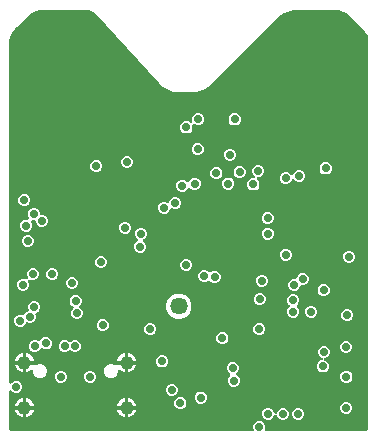
<source format=gbr>
G04 EAGLE Gerber RS-274X export*
G75*
%MOMM*%
%FSLAX34Y34*%
%LPD*%
%INPCBWay Copper Layer 1*%
%IPPOS*%
%AMOC8*
5,1,8,0,0,1.08239X$1,22.5*%
G01*
%ADD10C,1.158000*%
%ADD11C,1.458000*%
%ADD12C,0.711200*%

G36*
X7228Y3813D02*
X7228Y3813D01*
X7279Y3813D01*
X8828Y3899D01*
X8915Y3876D01*
X9005Y3843D01*
X9068Y3837D01*
X9130Y3821D01*
X9291Y3811D01*
X210728Y3811D01*
X210778Y3817D01*
X210827Y3815D01*
X210935Y3837D01*
X211044Y3851D01*
X211090Y3869D01*
X211139Y3879D01*
X211237Y3927D01*
X211339Y3968D01*
X211380Y3997D01*
X211424Y4019D01*
X211508Y4090D01*
X211597Y4154D01*
X211628Y4193D01*
X211666Y4225D01*
X211729Y4315D01*
X211800Y4399D01*
X211821Y4444D01*
X211849Y4485D01*
X211888Y4588D01*
X211935Y4687D01*
X211944Y4736D01*
X211962Y4782D01*
X211974Y4892D01*
X211995Y4999D01*
X211992Y5049D01*
X211997Y5098D01*
X211982Y5207D01*
X211975Y5317D01*
X211960Y5364D01*
X211953Y5413D01*
X211901Y5566D01*
X211548Y6417D01*
X211548Y8438D01*
X212322Y10305D01*
X213751Y11735D01*
X215618Y12508D01*
X217640Y12508D01*
X219507Y11735D01*
X220936Y10305D01*
X221710Y8438D01*
X221710Y6417D01*
X221357Y5566D01*
X221344Y5518D01*
X221323Y5473D01*
X221302Y5365D01*
X221273Y5259D01*
X221273Y5209D01*
X221263Y5160D01*
X221270Y5051D01*
X221268Y4941D01*
X221280Y4893D01*
X221283Y4843D01*
X221317Y4739D01*
X221342Y4632D01*
X221366Y4588D01*
X221381Y4541D01*
X221440Y4448D01*
X221491Y4351D01*
X221525Y4314D01*
X221551Y4272D01*
X221631Y4197D01*
X221705Y4115D01*
X221747Y4088D01*
X221783Y4054D01*
X221879Y4001D01*
X221971Y3941D01*
X222018Y3924D01*
X222061Y3900D01*
X222167Y3873D01*
X222272Y3837D01*
X222321Y3833D01*
X222369Y3821D01*
X222530Y3811D01*
X256199Y3811D01*
X256200Y3811D01*
X306386Y3835D01*
X306441Y3842D01*
X306497Y3840D01*
X306656Y3864D01*
X306860Y3908D01*
X307005Y3960D01*
X307151Y4010D01*
X307157Y4014D01*
X307160Y4015D01*
X307166Y4019D01*
X307291Y4091D01*
X307798Y4428D01*
X307854Y4476D01*
X307917Y4517D01*
X307974Y4580D01*
X308039Y4636D01*
X308082Y4696D01*
X308132Y4751D01*
X308216Y4888D01*
X308503Y5426D01*
X308558Y5569D01*
X308614Y5714D01*
X308616Y5720D01*
X308617Y5723D01*
X308618Y5731D01*
X308644Y5872D01*
X308680Y6177D01*
X308680Y6185D01*
X308685Y6260D01*
X308687Y6269D01*
X308686Y6278D01*
X308689Y6328D01*
X308689Y6336D01*
X308689Y6338D01*
X308689Y6341D01*
X308681Y8309D01*
X308686Y8386D01*
X308689Y8406D01*
X308688Y8417D01*
X308689Y8441D01*
X308689Y335716D01*
X308686Y335743D01*
X308688Y335769D01*
X308671Y335929D01*
X308310Y338050D01*
X308279Y338152D01*
X308257Y338256D01*
X308224Y338334D01*
X308218Y338355D01*
X308210Y338368D01*
X308194Y338404D01*
X306214Y342370D01*
X306155Y342458D01*
X306103Y342551D01*
X306049Y342616D01*
X306037Y342634D01*
X306025Y342645D01*
X306000Y342675D01*
X304784Y343961D01*
X304775Y343968D01*
X304759Y343986D01*
X304310Y344435D01*
X304293Y344448D01*
X304244Y344496D01*
X303120Y345472D01*
X303110Y345509D01*
X303056Y345599D01*
X303011Y345694D01*
X302976Y345736D01*
X302948Y345783D01*
X302842Y345903D01*
X293812Y354933D01*
X292324Y356421D01*
X292309Y356433D01*
X292232Y356504D01*
X290300Y358090D01*
X290210Y358146D01*
X290125Y358210D01*
X290050Y358248D01*
X290031Y358259D01*
X290016Y358264D01*
X289981Y358281D01*
X285385Y360185D01*
X285282Y360213D01*
X285183Y360250D01*
X285099Y360263D01*
X285078Y360269D01*
X285062Y360269D01*
X285024Y360275D01*
X282536Y360520D01*
X282517Y360520D01*
X282412Y360527D01*
X245234Y360527D01*
X245218Y360525D01*
X245202Y360526D01*
X245042Y360512D01*
X242646Y360144D01*
X242604Y360132D01*
X242560Y360128D01*
X242405Y360083D01*
X237623Y358345D01*
X237546Y358306D01*
X237466Y358276D01*
X237349Y358205D01*
X237340Y358200D01*
X237337Y358197D01*
X237329Y358192D01*
X233159Y355276D01*
X233126Y355246D01*
X233089Y355223D01*
X232970Y355114D01*
X232397Y354516D01*
X232346Y354447D01*
X232287Y354384D01*
X232252Y354320D01*
X232208Y354261D01*
X232200Y354242D01*
X231084Y353124D01*
X231070Y353107D01*
X231010Y353043D01*
X230099Y351960D01*
X230097Y351959D01*
X230057Y351939D01*
X230015Y351927D01*
X229916Y351868D01*
X229813Y351817D01*
X229779Y351788D01*
X229741Y351765D01*
X229620Y351659D01*
X176610Y298591D01*
X176604Y298582D01*
X176586Y298566D01*
X174459Y296314D01*
X169065Y292993D01*
X162996Y291181D01*
X161849Y291148D01*
X161769Y291136D01*
X161688Y291133D01*
X161613Y291111D01*
X161535Y291099D01*
X161512Y291089D01*
X159794Y291089D01*
X159783Y291088D01*
X159758Y291089D01*
X158042Y291040D01*
X158022Y291048D01*
X157941Y291059D01*
X157862Y291079D01*
X157710Y291089D01*
X157706Y291089D01*
X157705Y291089D01*
X157702Y291089D01*
X148613Y291089D01*
X148575Y291084D01*
X148537Y291087D01*
X148418Y291065D01*
X148297Y291049D01*
X148262Y291035D01*
X148225Y291028D01*
X148114Y290977D01*
X148045Y290950D01*
X146668Y291083D01*
X146647Y291083D01*
X146545Y291089D01*
X145163Y291089D01*
X145133Y291112D01*
X145098Y291127D01*
X145067Y291148D01*
X144953Y291190D01*
X144841Y291238D01*
X144804Y291244D01*
X144768Y291257D01*
X144609Y291283D01*
X143617Y291379D01*
X138336Y293357D01*
X133748Y296635D01*
X132048Y298700D01*
X132034Y298713D01*
X132000Y298754D01*
X77385Y357865D01*
X77353Y357892D01*
X77327Y357924D01*
X77203Y358028D01*
X75922Y358966D01*
X75829Y359018D01*
X75741Y359077D01*
X75663Y359110D01*
X75644Y359121D01*
X75628Y359125D01*
X75592Y359140D01*
X72388Y360266D01*
X72285Y360288D01*
X72183Y360319D01*
X72099Y360328D01*
X72077Y360333D01*
X72062Y360332D01*
X72023Y360336D01*
X70493Y360402D01*
X70478Y360401D01*
X70438Y360404D01*
X70124Y360404D01*
X70105Y360401D01*
X70054Y360402D01*
X68500Y360316D01*
X68418Y360338D01*
X68329Y360370D01*
X68265Y360377D01*
X68202Y360393D01*
X68042Y360403D01*
X34244Y360400D01*
X34242Y360400D01*
X32139Y360400D01*
X32119Y360397D01*
X32056Y360397D01*
X30109Y360269D01*
X30066Y360261D01*
X30021Y360261D01*
X29864Y360229D01*
X26101Y359221D01*
X26022Y359188D01*
X25940Y359165D01*
X25817Y359105D01*
X25807Y359101D01*
X25804Y359098D01*
X25795Y359094D01*
X22422Y357147D01*
X22387Y357120D01*
X22347Y357100D01*
X22220Y357002D01*
X20753Y355715D01*
X20739Y355699D01*
X20692Y355658D01*
X11104Y346070D01*
X11050Y346000D01*
X10988Y345937D01*
X10953Y345876D01*
X9636Y344602D01*
X9632Y344597D01*
X9622Y344588D01*
X9582Y344548D01*
X9571Y344534D01*
X9539Y344503D01*
X8225Y343054D01*
X8199Y343018D01*
X8168Y342987D01*
X8076Y342854D01*
X6054Y339482D01*
X6019Y339404D01*
X5976Y339330D01*
X5930Y339201D01*
X5925Y339191D01*
X5925Y339187D01*
X5922Y339178D01*
X4840Y335398D01*
X4834Y335354D01*
X4819Y335312D01*
X4796Y335153D01*
X4635Y333198D01*
X4636Y333176D01*
X4630Y333094D01*
X4630Y45400D01*
X4648Y45262D01*
X4661Y45124D01*
X4668Y45105D01*
X4670Y45085D01*
X4722Y44955D01*
X4769Y44825D01*
X4780Y44808D01*
X4787Y44789D01*
X4869Y44677D01*
X4947Y44561D01*
X4962Y44548D01*
X4974Y44532D01*
X5081Y44443D01*
X5186Y44351D01*
X5204Y44342D01*
X5219Y44329D01*
X5345Y44270D01*
X5469Y44206D01*
X5489Y44202D01*
X5507Y44193D01*
X5643Y44167D01*
X5779Y44137D01*
X5799Y44137D01*
X5819Y44134D01*
X5958Y44142D01*
X6097Y44146D01*
X6117Y44152D01*
X6137Y44153D01*
X6269Y44196D01*
X6402Y44235D01*
X6420Y44245D01*
X6439Y44251D01*
X6557Y44326D01*
X6676Y44396D01*
X6697Y44415D01*
X6708Y44421D01*
X6722Y44436D01*
X6797Y44503D01*
X8033Y45739D01*
X9900Y46512D01*
X11922Y46512D01*
X13789Y45739D01*
X15218Y44309D01*
X15992Y42442D01*
X15992Y40421D01*
X15218Y38553D01*
X13789Y37124D01*
X11922Y36351D01*
X9900Y36351D01*
X8033Y37124D01*
X6797Y38360D01*
X6688Y38445D01*
X6580Y38534D01*
X6562Y38542D01*
X6546Y38555D01*
X6418Y38610D01*
X6293Y38669D01*
X6273Y38673D01*
X6254Y38681D01*
X6116Y38703D01*
X5980Y38729D01*
X5960Y38728D01*
X5940Y38731D01*
X5801Y38718D01*
X5663Y38709D01*
X5644Y38703D01*
X5623Y38701D01*
X5492Y38654D01*
X5360Y38611D01*
X5343Y38600D01*
X5324Y38594D01*
X5209Y38516D01*
X5092Y38441D01*
X5078Y38426D01*
X5061Y38415D01*
X4969Y38311D01*
X4874Y38210D01*
X4864Y38192D01*
X4850Y38177D01*
X4787Y38052D01*
X4720Y37931D01*
X4715Y37911D01*
X4706Y37893D01*
X4675Y37758D01*
X4641Y37623D01*
X4639Y37595D01*
X4636Y37583D01*
X4637Y37563D01*
X4630Y37462D01*
X4630Y6083D01*
X4635Y6045D01*
X4633Y6007D01*
X4652Y5847D01*
X4699Y5603D01*
X4702Y5594D01*
X4702Y5585D01*
X4750Y5444D01*
X4796Y5300D01*
X4801Y5292D01*
X4804Y5283D01*
X4884Y5143D01*
X5200Y4660D01*
X5259Y4590D01*
X5312Y4513D01*
X5362Y4469D01*
X5406Y4418D01*
X5481Y4365D01*
X5551Y4303D01*
X5652Y4244D01*
X5666Y4234D01*
X5673Y4231D01*
X5689Y4222D01*
X6205Y3961D01*
X6214Y3958D01*
X6221Y3953D01*
X6363Y3905D01*
X6504Y3855D01*
X6514Y3854D01*
X6522Y3851D01*
X6682Y3828D01*
X6868Y3814D01*
X6890Y3815D01*
X6964Y3811D01*
X7209Y3811D01*
X7228Y3813D01*
G37*
%LPC*%
G36*
X146393Y99407D02*
X146393Y99407D01*
X142500Y101020D01*
X139520Y104000D01*
X137907Y107893D01*
X137907Y112107D01*
X139520Y116000D01*
X142500Y118980D01*
X146393Y120593D01*
X150607Y120593D01*
X154500Y118980D01*
X157480Y116000D01*
X159093Y112107D01*
X159093Y107893D01*
X157480Y104000D01*
X154500Y101020D01*
X150607Y99407D01*
X146393Y99407D01*
G37*
%LPD*%
%LPC*%
G36*
X18302Y173043D02*
X18302Y173043D01*
X16435Y173817D01*
X15005Y175246D01*
X14232Y177113D01*
X14232Y179135D01*
X15005Y181002D01*
X16435Y182431D01*
X18302Y183205D01*
X20275Y183205D01*
X20325Y183211D01*
X20374Y183209D01*
X20482Y183231D01*
X20591Y183245D01*
X20637Y183263D01*
X20686Y183273D01*
X20785Y183321D01*
X20887Y183362D01*
X20927Y183391D01*
X20971Y183413D01*
X21055Y183484D01*
X21144Y183549D01*
X21176Y183587D01*
X21213Y183619D01*
X21277Y183709D01*
X21347Y183794D01*
X21368Y183838D01*
X21396Y183879D01*
X21436Y183982D01*
X21482Y184081D01*
X21492Y184130D01*
X21509Y184176D01*
X21521Y184286D01*
X21542Y184394D01*
X21539Y184443D01*
X21544Y184493D01*
X21529Y184602D01*
X21522Y184711D01*
X21507Y184758D01*
X21500Y184807D01*
X21448Y184960D01*
X20590Y187030D01*
X20590Y189051D01*
X21364Y190919D01*
X22793Y192348D01*
X24660Y193121D01*
X26682Y193121D01*
X28549Y192348D01*
X29978Y190919D01*
X30752Y189051D01*
X30752Y188477D01*
X30767Y188359D01*
X30774Y188240D01*
X30787Y188201D01*
X30792Y188161D01*
X30836Y188051D01*
X30872Y187937D01*
X30894Y187903D01*
X30909Y187866D01*
X30979Y187769D01*
X31042Y187669D01*
X31072Y187641D01*
X31096Y187608D01*
X31187Y187532D01*
X31274Y187451D01*
X31309Y187431D01*
X31341Y187405D01*
X31448Y187355D01*
X31553Y187297D01*
X31592Y187287D01*
X31628Y187270D01*
X31745Y187248D01*
X31860Y187218D01*
X31921Y187214D01*
X31941Y187210D01*
X31961Y187211D01*
X32021Y187208D01*
X33351Y187208D01*
X35219Y186434D01*
X36648Y185005D01*
X37421Y183138D01*
X37421Y181116D01*
X36648Y179249D01*
X35219Y177820D01*
X33351Y177046D01*
X31330Y177046D01*
X29463Y177820D01*
X28033Y179249D01*
X27260Y181116D01*
X27260Y181691D01*
X27245Y181809D01*
X27238Y181928D01*
X27225Y181966D01*
X27220Y182006D01*
X27176Y182117D01*
X27139Y182230D01*
X27118Y182264D01*
X27103Y182302D01*
X27033Y182398D01*
X26969Y182499D01*
X26940Y182527D01*
X26916Y182559D01*
X26824Y182635D01*
X26738Y182717D01*
X26702Y182736D01*
X26671Y182762D01*
X26563Y182813D01*
X26459Y182870D01*
X26420Y182880D01*
X26383Y182898D01*
X26267Y182920D01*
X26151Y182950D01*
X26091Y182954D01*
X26071Y182957D01*
X26051Y182956D01*
X25991Y182960D01*
X24709Y182960D01*
X24659Y182954D01*
X24610Y182956D01*
X24502Y182934D01*
X24393Y182920D01*
X24347Y182902D01*
X24298Y182892D01*
X24199Y182843D01*
X24097Y182803D01*
X24057Y182774D01*
X24012Y182752D01*
X23929Y182681D01*
X23840Y182616D01*
X23808Y182578D01*
X23770Y182546D01*
X23707Y182456D01*
X23637Y182371D01*
X23616Y182326D01*
X23587Y182286D01*
X23548Y182183D01*
X23502Y182084D01*
X23492Y182035D01*
X23475Y181988D01*
X23462Y181879D01*
X23442Y181771D01*
X23445Y181722D01*
X23439Y181672D01*
X23455Y181563D01*
X23462Y181454D01*
X23477Y181407D01*
X23484Y181357D01*
X23536Y181205D01*
X24393Y179135D01*
X24393Y177113D01*
X23620Y175246D01*
X22191Y173817D01*
X20323Y173043D01*
X18302Y173043D01*
G37*
%LPD*%
%LPC*%
G36*
X13118Y92550D02*
X13118Y92550D01*
X11251Y93324D01*
X9821Y94753D01*
X9048Y96620D01*
X9048Y98642D01*
X9821Y100509D01*
X11251Y101938D01*
X13118Y102712D01*
X15139Y102712D01*
X16089Y102318D01*
X16203Y102287D01*
X16316Y102248D01*
X16356Y102245D01*
X16395Y102234D01*
X16515Y102232D01*
X16633Y102223D01*
X16673Y102230D01*
X16713Y102229D01*
X16829Y102257D01*
X16946Y102277D01*
X16983Y102294D01*
X17023Y102303D01*
X17128Y102359D01*
X17236Y102408D01*
X17268Y102433D01*
X17304Y102452D01*
X17392Y102532D01*
X17485Y102607D01*
X17509Y102639D01*
X17539Y102666D01*
X17604Y102765D01*
X17676Y102861D01*
X17703Y102915D01*
X17714Y102932D01*
X17721Y102951D01*
X17747Y103005D01*
X18045Y103724D01*
X19474Y105153D01*
X20450Y105558D01*
X20554Y105617D01*
X20660Y105669D01*
X20691Y105695D01*
X20726Y105715D01*
X20812Y105798D01*
X20902Y105875D01*
X20926Y105908D01*
X20955Y105936D01*
X21017Y106038D01*
X21085Y106135D01*
X21100Y106173D01*
X21121Y106207D01*
X21156Y106321D01*
X21198Y106433D01*
X21203Y106473D01*
X21215Y106511D01*
X21220Y106630D01*
X21233Y106749D01*
X21228Y106789D01*
X21230Y106829D01*
X21206Y106946D01*
X21189Y107064D01*
X21169Y107120D01*
X21165Y107140D01*
X21156Y107159D01*
X21137Y107216D01*
X20827Y107963D01*
X20827Y109985D01*
X21601Y111852D01*
X23030Y113281D01*
X24897Y114055D01*
X26919Y114055D01*
X28786Y113281D01*
X30215Y111852D01*
X30989Y109985D01*
X30989Y107963D01*
X30215Y106096D01*
X28786Y104667D01*
X27810Y104262D01*
X27706Y104203D01*
X27600Y104151D01*
X27569Y104125D01*
X27534Y104105D01*
X27448Y104022D01*
X27358Y103945D01*
X27334Y103912D01*
X27305Y103884D01*
X27243Y103782D01*
X27175Y103685D01*
X27160Y103647D01*
X27139Y103613D01*
X27104Y103499D01*
X27062Y103387D01*
X27057Y103347D01*
X27045Y103309D01*
X27040Y103190D01*
X27027Y103071D01*
X27032Y103031D01*
X27030Y102991D01*
X27054Y102874D01*
X27071Y102756D01*
X27091Y102700D01*
X27095Y102680D01*
X27104Y102661D01*
X27123Y102604D01*
X27433Y101857D01*
X27433Y99835D01*
X26659Y97968D01*
X25230Y96539D01*
X23363Y95765D01*
X21341Y95765D01*
X20392Y96159D01*
X20277Y96190D01*
X20164Y96229D01*
X20124Y96232D01*
X20085Y96243D01*
X19966Y96244D01*
X19847Y96254D01*
X19808Y96247D01*
X19767Y96248D01*
X19651Y96220D01*
X19534Y96199D01*
X19497Y96183D01*
X19458Y96173D01*
X19353Y96118D01*
X19244Y96069D01*
X19212Y96044D01*
X19177Y96025D01*
X19089Y95945D01*
X18996Y95870D01*
X18971Y95838D01*
X18941Y95811D01*
X18876Y95711D01*
X18804Y95616D01*
X18778Y95562D01*
X18767Y95545D01*
X18760Y95526D01*
X18733Y95472D01*
X18436Y94753D01*
X17006Y93324D01*
X15139Y92550D01*
X13118Y92550D01*
G37*
%LPD*%
%LPC*%
G36*
X237971Y213051D02*
X237971Y213051D01*
X236104Y213825D01*
X234675Y215254D01*
X233901Y217121D01*
X233901Y219143D01*
X234675Y221010D01*
X236104Y222439D01*
X237971Y223213D01*
X239993Y223213D01*
X241860Y222439D01*
X243283Y221017D01*
X243322Y220986D01*
X243355Y220949D01*
X243447Y220889D01*
X243534Y220822D01*
X243580Y220802D01*
X243621Y220775D01*
X243725Y220739D01*
X243826Y220695D01*
X243875Y220687D01*
X243922Y220671D01*
X244031Y220663D01*
X244140Y220645D01*
X244189Y220650D01*
X244239Y220646D01*
X244347Y220665D01*
X244456Y220675D01*
X244503Y220692D01*
X244552Y220701D01*
X244652Y220746D01*
X244756Y220783D01*
X244797Y220811D01*
X244842Y220831D01*
X244928Y220900D01*
X245019Y220961D01*
X245052Y220999D01*
X245091Y221030D01*
X245157Y221117D01*
X245229Y221200D01*
X245252Y221244D01*
X245282Y221284D01*
X245353Y221428D01*
X245964Y222903D01*
X247393Y224332D01*
X249260Y225106D01*
X251281Y225106D01*
X253149Y224332D01*
X254578Y222903D01*
X255352Y221036D01*
X255352Y219014D01*
X254578Y217147D01*
X253149Y215718D01*
X251281Y214944D01*
X249260Y214944D01*
X247393Y215718D01*
X245970Y217140D01*
X245931Y217171D01*
X245898Y217208D01*
X245806Y217268D01*
X245719Y217335D01*
X245673Y217355D01*
X245632Y217382D01*
X245528Y217418D01*
X245427Y217462D01*
X245378Y217469D01*
X245331Y217485D01*
X245222Y217494D01*
X245113Y217511D01*
X245063Y217507D01*
X245014Y217511D01*
X244906Y217492D01*
X244796Y217482D01*
X244750Y217465D01*
X244701Y217456D01*
X244601Y217411D01*
X244497Y217374D01*
X244456Y217346D01*
X244411Y217326D01*
X244325Y217257D01*
X244234Y217195D01*
X244201Y217158D01*
X244162Y217127D01*
X244096Y217039D01*
X244023Y216957D01*
X244001Y216913D01*
X243971Y216873D01*
X243900Y216729D01*
X243289Y215254D01*
X241860Y213825D01*
X239993Y213051D01*
X237971Y213051D01*
G37*
%LPD*%
%LPC*%
G36*
X114773Y155117D02*
X114773Y155117D01*
X112906Y155890D01*
X111477Y157319D01*
X110703Y159187D01*
X110703Y161208D01*
X111477Y163075D01*
X112906Y164505D01*
X113089Y164580D01*
X113210Y164649D01*
X113333Y164715D01*
X113348Y164728D01*
X113365Y164738D01*
X113465Y164835D01*
X113568Y164929D01*
X113579Y164945D01*
X113594Y164959D01*
X113666Y165078D01*
X113743Y165195D01*
X113749Y165213D01*
X113760Y165230D01*
X113801Y165364D01*
X113846Y165496D01*
X113848Y165515D01*
X113853Y165534D01*
X113860Y165674D01*
X113871Y165813D01*
X113868Y165832D01*
X113869Y165852D01*
X113840Y165989D01*
X113816Y166126D01*
X113808Y166144D01*
X113804Y166163D01*
X113743Y166289D01*
X113686Y166416D01*
X113673Y166431D01*
X113665Y166449D01*
X113574Y166555D01*
X113487Y166664D01*
X113471Y166676D01*
X113458Y166691D01*
X113368Y166754D01*
X111844Y168278D01*
X111071Y170146D01*
X111071Y172167D01*
X111844Y174034D01*
X113274Y175464D01*
X115141Y176237D01*
X117162Y176237D01*
X119030Y175464D01*
X120459Y174034D01*
X121232Y172167D01*
X121232Y170146D01*
X120459Y168278D01*
X119030Y166849D01*
X118847Y166773D01*
X118726Y166704D01*
X118602Y166639D01*
X118588Y166626D01*
X118570Y166616D01*
X118470Y166519D01*
X118367Y166425D01*
X118356Y166408D01*
X118342Y166395D01*
X118269Y166276D01*
X118193Y166159D01*
X118186Y166140D01*
X118176Y166124D01*
X118135Y165990D01*
X118090Y165858D01*
X118088Y165839D01*
X118082Y165820D01*
X118075Y165680D01*
X118065Y165541D01*
X118068Y165522D01*
X118067Y165502D01*
X118095Y165365D01*
X118119Y165228D01*
X118127Y165210D01*
X118131Y165190D01*
X118193Y165065D01*
X118250Y164938D01*
X118262Y164923D01*
X118271Y164905D01*
X118362Y164799D01*
X118449Y164690D01*
X118464Y164678D01*
X118477Y164663D01*
X118567Y164600D01*
X120091Y163075D01*
X120865Y161208D01*
X120865Y159187D01*
X120091Y157319D01*
X118662Y155890D01*
X116795Y155117D01*
X114773Y155117D01*
G37*
%LPD*%
%LPC*%
G36*
X153866Y256104D02*
X153866Y256104D01*
X151999Y256877D01*
X150570Y258306D01*
X149796Y260174D01*
X149796Y262195D01*
X150570Y264062D01*
X151999Y265492D01*
X153866Y266265D01*
X155888Y266265D01*
X157755Y265492D01*
X157765Y265482D01*
X157820Y265439D01*
X157868Y265389D01*
X157945Y265342D01*
X158016Y265287D01*
X158080Y265259D01*
X158140Y265223D01*
X158225Y265196D01*
X158308Y265161D01*
X158377Y265150D01*
X158444Y265129D01*
X158533Y265125D01*
X158622Y265111D01*
X158692Y265117D01*
X158761Y265114D01*
X158849Y265132D01*
X158939Y265141D01*
X159004Y265164D01*
X159073Y265178D01*
X159153Y265218D01*
X159238Y265248D01*
X159296Y265287D01*
X159358Y265318D01*
X159427Y265376D01*
X159501Y265427D01*
X159547Y265479D01*
X159600Y265524D01*
X159652Y265598D01*
X159711Y265665D01*
X159743Y265727D01*
X159783Y265784D01*
X159815Y265868D01*
X159856Y265948D01*
X159871Y266017D01*
X159896Y266082D01*
X159906Y266171D01*
X159926Y266259D01*
X159924Y266328D01*
X159931Y266398D01*
X159919Y266487D01*
X159916Y266577D01*
X159897Y266644D01*
X159887Y266713D01*
X159835Y266865D01*
X159755Y267059D01*
X159755Y269080D01*
X160528Y270948D01*
X161957Y272377D01*
X163825Y273150D01*
X165846Y273150D01*
X167713Y272377D01*
X169143Y270948D01*
X169916Y269080D01*
X169916Y267059D01*
X169143Y265192D01*
X167713Y263762D01*
X165846Y262989D01*
X163825Y262989D01*
X161957Y263762D01*
X161947Y263772D01*
X161892Y263815D01*
X161844Y263865D01*
X161767Y263912D01*
X161696Y263967D01*
X161632Y263995D01*
X161573Y264031D01*
X161487Y264058D01*
X161404Y264093D01*
X161335Y264104D01*
X161269Y264125D01*
X161179Y264129D01*
X161090Y264143D01*
X161021Y264137D01*
X160951Y264140D01*
X160863Y264122D01*
X160774Y264113D01*
X160708Y264090D01*
X160639Y264076D01*
X160559Y264036D01*
X160474Y264006D01*
X160416Y263967D01*
X160354Y263936D01*
X160285Y263878D01*
X160211Y263827D01*
X160165Y263775D01*
X160112Y263730D01*
X160060Y263656D01*
X160001Y263589D01*
X159969Y263527D01*
X159929Y263470D01*
X159897Y263386D01*
X159856Y263306D01*
X159841Y263237D01*
X159816Y263172D01*
X159806Y263083D01*
X159786Y262995D01*
X159789Y262926D01*
X159781Y262856D01*
X159793Y262767D01*
X159796Y262677D01*
X159815Y262610D01*
X159825Y262541D01*
X159877Y262389D01*
X159958Y262195D01*
X159958Y260174D01*
X159184Y258306D01*
X157755Y256877D01*
X155888Y256104D01*
X153866Y256104D01*
G37*
%LPD*%
%LPC*%
G36*
X193790Y41851D02*
X193790Y41851D01*
X191922Y42624D01*
X190493Y44053D01*
X189720Y45921D01*
X189720Y47942D01*
X190493Y49809D01*
X191727Y51043D01*
X191757Y51082D01*
X191794Y51115D01*
X191854Y51207D01*
X191921Y51294D01*
X191941Y51340D01*
X191969Y51381D01*
X192004Y51485D01*
X192048Y51586D01*
X192056Y51635D01*
X192072Y51682D01*
X192080Y51791D01*
X192098Y51900D01*
X192093Y51950D01*
X192097Y51999D01*
X192078Y52107D01*
X192068Y52217D01*
X192051Y52263D01*
X192043Y52312D01*
X191997Y52413D01*
X191960Y52516D01*
X191932Y52557D01*
X191912Y52602D01*
X191843Y52688D01*
X191782Y52779D01*
X191744Y52812D01*
X191713Y52851D01*
X191626Y52917D01*
X191543Y52990D01*
X191499Y53012D01*
X191459Y53042D01*
X191315Y53113D01*
X191122Y53193D01*
X189693Y54622D01*
X188919Y56489D01*
X188919Y58511D01*
X189693Y60378D01*
X191122Y61807D01*
X192989Y62581D01*
X195011Y62581D01*
X196878Y61807D01*
X198307Y60378D01*
X199081Y58511D01*
X199081Y56489D01*
X198307Y54622D01*
X197074Y53389D01*
X197043Y53349D01*
X197007Y53316D01*
X196946Y53224D01*
X196879Y53137D01*
X196859Y53092D01*
X196832Y53050D01*
X196796Y52946D01*
X196752Y52845D01*
X196745Y52796D01*
X196729Y52749D01*
X196720Y52640D01*
X196703Y52531D01*
X196707Y52482D01*
X196703Y52432D01*
X196722Y52324D01*
X196732Y52215D01*
X196749Y52168D01*
X196758Y52119D01*
X196803Y52019D01*
X196840Y51915D01*
X196868Y51874D01*
X196888Y51829D01*
X196957Y51743D01*
X197019Y51652D01*
X197056Y51619D01*
X197087Y51581D01*
X197174Y51515D01*
X197257Y51442D01*
X197301Y51419D01*
X197341Y51389D01*
X197486Y51318D01*
X197678Y51239D01*
X199108Y49809D01*
X199881Y47942D01*
X199881Y45921D01*
X199108Y44053D01*
X197678Y42624D01*
X195811Y41851D01*
X193790Y41851D01*
G37*
%LPD*%
%LPC*%
G36*
X210592Y207868D02*
X210592Y207868D01*
X208725Y208641D01*
X207295Y210070D01*
X206522Y211938D01*
X206522Y213959D01*
X207295Y215826D01*
X208725Y217256D01*
X210592Y218029D01*
X211778Y218029D01*
X211916Y218047D01*
X212055Y218060D01*
X212074Y218067D01*
X212094Y218069D01*
X212223Y218120D01*
X212354Y218167D01*
X212371Y218179D01*
X212389Y218186D01*
X212502Y218268D01*
X212617Y218346D01*
X212630Y218361D01*
X212647Y218373D01*
X212736Y218480D01*
X212828Y218584D01*
X212837Y218602D01*
X212850Y218618D01*
X212909Y218744D01*
X212972Y218868D01*
X212977Y218887D01*
X212985Y218906D01*
X213011Y219041D01*
X213042Y219178D01*
X213041Y219198D01*
X213045Y219218D01*
X213036Y219356D01*
X213032Y219496D01*
X213026Y219515D01*
X213025Y219535D01*
X212982Y219667D01*
X212944Y219801D01*
X212933Y219819D01*
X212927Y219838D01*
X212853Y219955D01*
X212782Y220075D01*
X212764Y220096D01*
X212757Y220107D01*
X212742Y220121D01*
X212676Y220196D01*
X211394Y221478D01*
X210620Y223345D01*
X210620Y225367D01*
X211394Y227234D01*
X212823Y228663D01*
X214690Y229437D01*
X216711Y229437D01*
X218579Y228663D01*
X220008Y227234D01*
X220782Y225367D01*
X220782Y223345D01*
X220008Y221478D01*
X218579Y220049D01*
X216711Y219275D01*
X215525Y219275D01*
X215387Y219258D01*
X215249Y219245D01*
X215230Y219238D01*
X215210Y219236D01*
X215081Y219184D01*
X214950Y219137D01*
X214933Y219126D01*
X214914Y219119D01*
X214802Y219037D01*
X214686Y218959D01*
X214673Y218944D01*
X214657Y218932D01*
X214568Y218824D01*
X214476Y218720D01*
X214467Y218702D01*
X214454Y218687D01*
X214395Y218561D01*
X214331Y218437D01*
X214327Y218417D01*
X214318Y218399D01*
X214292Y218263D01*
X214262Y218127D01*
X214262Y218107D01*
X214259Y218087D01*
X214267Y217948D01*
X214271Y217809D01*
X214277Y217789D01*
X214278Y217769D01*
X214321Y217637D01*
X214360Y217503D01*
X214370Y217486D01*
X214376Y217467D01*
X214451Y217349D01*
X214521Y217229D01*
X214540Y217208D01*
X214546Y217198D01*
X214561Y217184D01*
X214628Y217109D01*
X215910Y215826D01*
X216683Y213959D01*
X216683Y211938D01*
X215910Y210070D01*
X214481Y208641D01*
X212613Y207868D01*
X210592Y207868D01*
G37*
%LPD*%
%LPC*%
G36*
X150406Y206702D02*
X150406Y206702D01*
X148539Y207475D01*
X147110Y208904D01*
X146336Y210772D01*
X146336Y212793D01*
X147110Y214660D01*
X148539Y216090D01*
X150406Y216863D01*
X152428Y216863D01*
X154295Y216090D01*
X155071Y215313D01*
X155110Y215283D01*
X155144Y215246D01*
X155236Y215186D01*
X155323Y215118D01*
X155368Y215099D01*
X155410Y215071D01*
X155514Y215036D01*
X155614Y214992D01*
X155663Y214984D01*
X155710Y214968D01*
X155820Y214959D01*
X155928Y214942D01*
X155978Y214947D01*
X156027Y214943D01*
X156136Y214962D01*
X156245Y214972D01*
X156292Y214989D01*
X156341Y214997D01*
X156441Y215042D01*
X156544Y215080D01*
X156586Y215108D01*
X156631Y215128D01*
X156716Y215196D01*
X156807Y215258D01*
X156840Y215296D01*
X156879Y215326D01*
X156945Y215414D01*
X157018Y215497D01*
X157041Y215541D01*
X157070Y215581D01*
X157141Y215725D01*
X157480Y216543D01*
X158909Y217972D01*
X160777Y218745D01*
X162798Y218745D01*
X164665Y217972D01*
X166095Y216543D01*
X166868Y214675D01*
X166868Y212654D01*
X166095Y210787D01*
X164665Y209357D01*
X162798Y208584D01*
X160777Y208584D01*
X158909Y209357D01*
X158133Y210134D01*
X158094Y210164D01*
X158060Y210201D01*
X157969Y210261D01*
X157882Y210329D01*
X157836Y210348D01*
X157795Y210376D01*
X157691Y210411D01*
X157590Y210455D01*
X157541Y210463D01*
X157494Y210479D01*
X157384Y210488D01*
X157276Y210505D01*
X157226Y210500D01*
X157177Y210504D01*
X157069Y210485D01*
X156959Y210475D01*
X156912Y210458D01*
X156863Y210450D01*
X156763Y210405D01*
X156660Y210367D01*
X156619Y210340D01*
X156573Y210319D01*
X156488Y210251D01*
X156397Y210189D01*
X156364Y210152D01*
X156325Y210121D01*
X156259Y210033D01*
X156186Y209950D01*
X156164Y209906D01*
X156134Y209866D01*
X156063Y209722D01*
X155724Y208904D01*
X154295Y207475D01*
X152428Y206702D01*
X150406Y206702D01*
G37*
%LPD*%
%LPC*%
G36*
X61219Y98813D02*
X61219Y98813D01*
X59352Y99587D01*
X57923Y101016D01*
X57149Y102883D01*
X57149Y104905D01*
X57923Y106772D01*
X58909Y107759D01*
X58940Y107798D01*
X58977Y107831D01*
X59037Y107923D01*
X59104Y108010D01*
X59124Y108055D01*
X59151Y108097D01*
X59187Y108201D01*
X59231Y108302D01*
X59238Y108351D01*
X59254Y108398D01*
X59263Y108507D01*
X59280Y108616D01*
X59276Y108665D01*
X59280Y108715D01*
X59261Y108823D01*
X59251Y108932D01*
X59234Y108979D01*
X59225Y109028D01*
X59180Y109128D01*
X59143Y109232D01*
X59115Y109273D01*
X59095Y109318D01*
X59026Y109404D01*
X58964Y109495D01*
X58927Y109528D01*
X58896Y109566D01*
X58808Y109633D01*
X58726Y109705D01*
X58682Y109728D01*
X58642Y109758D01*
X58497Y109829D01*
X58082Y110001D01*
X56653Y111430D01*
X55879Y113297D01*
X55879Y115319D01*
X56653Y117186D01*
X58082Y118615D01*
X59949Y119389D01*
X61971Y119389D01*
X63838Y118615D01*
X65267Y117186D01*
X66041Y115319D01*
X66041Y113297D01*
X65267Y111430D01*
X64281Y110443D01*
X64250Y110404D01*
X64213Y110371D01*
X64153Y110279D01*
X64086Y110192D01*
X64066Y110147D01*
X64039Y110105D01*
X64003Y110001D01*
X63959Y109900D01*
X63952Y109851D01*
X63936Y109804D01*
X63927Y109695D01*
X63910Y109586D01*
X63914Y109537D01*
X63910Y109487D01*
X63929Y109379D01*
X63939Y109270D01*
X63956Y109223D01*
X63965Y109174D01*
X64010Y109074D01*
X64047Y108970D01*
X64075Y108929D01*
X64095Y108884D01*
X64164Y108798D01*
X64226Y108707D01*
X64263Y108674D01*
X64294Y108636D01*
X64382Y108569D01*
X64464Y108497D01*
X64508Y108474D01*
X64548Y108444D01*
X64693Y108373D01*
X65108Y108201D01*
X66537Y106772D01*
X67311Y104905D01*
X67311Y102883D01*
X66537Y101016D01*
X65108Y99587D01*
X63241Y98813D01*
X61219Y98813D01*
G37*
%LPD*%
%LPC*%
G36*
X15499Y122943D02*
X15499Y122943D01*
X13632Y123717D01*
X12203Y125146D01*
X11429Y127013D01*
X11429Y129035D01*
X12203Y130902D01*
X13632Y132331D01*
X15499Y133105D01*
X17521Y133105D01*
X18854Y132552D01*
X18988Y132516D01*
X19121Y132475D01*
X19141Y132474D01*
X19161Y132468D01*
X19300Y132466D01*
X19439Y132460D01*
X19458Y132464D01*
X19479Y132463D01*
X19614Y132496D01*
X19750Y132524D01*
X19768Y132533D01*
X19788Y132538D01*
X19911Y132602D01*
X20036Y132664D01*
X20051Y132677D01*
X20069Y132686D01*
X20172Y132780D01*
X20278Y132870D01*
X20289Y132887D01*
X20304Y132900D01*
X20381Y133017D01*
X20461Y133130D01*
X20468Y133149D01*
X20479Y133166D01*
X20524Y133298D01*
X20574Y133427D01*
X20576Y133448D01*
X20582Y133467D01*
X20593Y133605D01*
X20609Y133744D01*
X20606Y133764D01*
X20608Y133784D01*
X20584Y133921D01*
X20564Y134058D01*
X20555Y134085D01*
X20553Y134097D01*
X20545Y134116D01*
X20512Y134211D01*
X19811Y135903D01*
X19811Y137925D01*
X20585Y139792D01*
X22014Y141221D01*
X23881Y141995D01*
X25903Y141995D01*
X27770Y141221D01*
X29199Y139792D01*
X29973Y137925D01*
X29973Y135903D01*
X29199Y134036D01*
X27770Y132607D01*
X25903Y131833D01*
X23881Y131833D01*
X22548Y132386D01*
X22414Y132422D01*
X22281Y132463D01*
X22261Y132464D01*
X22241Y132470D01*
X22102Y132472D01*
X21963Y132478D01*
X21944Y132474D01*
X21923Y132475D01*
X21788Y132442D01*
X21652Y132414D01*
X21634Y132405D01*
X21614Y132400D01*
X21491Y132336D01*
X21366Y132274D01*
X21351Y132261D01*
X21333Y132252D01*
X21230Y132158D01*
X21124Y132068D01*
X21113Y132051D01*
X21098Y132038D01*
X21021Y131921D01*
X20941Y131808D01*
X20934Y131789D01*
X20923Y131772D01*
X20878Y131640D01*
X20828Y131511D01*
X20826Y131490D01*
X20820Y131471D01*
X20809Y131333D01*
X20793Y131194D01*
X20796Y131174D01*
X20794Y131154D01*
X20818Y131017D01*
X20838Y130880D01*
X20847Y130853D01*
X20849Y130841D01*
X20857Y130822D01*
X20890Y130727D01*
X21591Y129035D01*
X21591Y127013D01*
X20817Y125146D01*
X19388Y123717D01*
X17521Y122943D01*
X15499Y122943D01*
G37*
%LPD*%
%LPC*%
G36*
X269203Y53737D02*
X269203Y53737D01*
X267336Y54510D01*
X265906Y55939D01*
X265133Y57807D01*
X265133Y59828D01*
X265906Y61695D01*
X267336Y63125D01*
X269222Y63906D01*
X269223Y63906D01*
X269310Y63927D01*
X269399Y63938D01*
X269464Y63964D01*
X269532Y63980D01*
X269611Y64022D01*
X269695Y64055D01*
X269751Y64096D01*
X269813Y64129D01*
X269879Y64189D01*
X269952Y64242D01*
X269997Y64296D01*
X270048Y64343D01*
X270098Y64418D01*
X270155Y64487D01*
X270185Y64550D01*
X270223Y64608D01*
X270252Y64693D01*
X270290Y64775D01*
X270304Y64843D01*
X270326Y64909D01*
X270333Y64999D01*
X270350Y65087D01*
X270346Y65157D01*
X270351Y65226D01*
X270336Y65315D01*
X270330Y65404D01*
X270309Y65471D01*
X270297Y65540D01*
X270260Y65622D01*
X270232Y65707D01*
X270195Y65766D01*
X270166Y65829D01*
X270110Y65900D01*
X270062Y65976D01*
X270011Y66023D01*
X269968Y66078D01*
X269896Y66132D01*
X269831Y66193D01*
X269770Y66227D01*
X269714Y66269D01*
X269569Y66340D01*
X268428Y66813D01*
X266999Y68242D01*
X266225Y70109D01*
X266225Y72131D01*
X266999Y73998D01*
X268428Y75427D01*
X270295Y76201D01*
X272317Y76201D01*
X274184Y75427D01*
X275613Y73998D01*
X276387Y72131D01*
X276387Y70109D01*
X275613Y68242D01*
X274184Y66813D01*
X272298Y66032D01*
X272297Y66032D01*
X272210Y66011D01*
X272121Y65999D01*
X272056Y65974D01*
X271988Y65957D01*
X271908Y65915D01*
X271825Y65882D01*
X271768Y65841D01*
X271707Y65809D01*
X271640Y65748D01*
X271568Y65696D01*
X271523Y65642D01*
X271471Y65595D01*
X271422Y65520D01*
X271365Y65451D01*
X271335Y65387D01*
X271297Y65329D01*
X271268Y65244D01*
X271229Y65163D01*
X271216Y65094D01*
X271194Y65028D01*
X271186Y64939D01*
X271170Y64851D01*
X271174Y64781D01*
X271168Y64711D01*
X271184Y64623D01*
X271189Y64533D01*
X271211Y64467D01*
X271223Y64398D01*
X271260Y64316D01*
X271287Y64231D01*
X271325Y64172D01*
X271353Y64108D01*
X271409Y64038D01*
X271457Y63962D01*
X271508Y63914D01*
X271552Y63860D01*
X271624Y63806D01*
X271689Y63744D01*
X271750Y63710D01*
X271806Y63668D01*
X271951Y63597D01*
X273092Y63125D01*
X274521Y61695D01*
X275294Y59828D01*
X275294Y57807D01*
X274521Y55939D01*
X273092Y54510D01*
X271224Y53737D01*
X269203Y53737D01*
G37*
%LPD*%
%LPC*%
G36*
X134974Y188135D02*
X134974Y188135D01*
X133107Y188909D01*
X131678Y190338D01*
X130904Y192206D01*
X130904Y194227D01*
X131678Y196094D01*
X133107Y197523D01*
X134974Y198297D01*
X136995Y198297D01*
X138644Y197614D01*
X138759Y197583D01*
X138872Y197544D01*
X138912Y197541D01*
X138951Y197530D01*
X139070Y197528D01*
X139189Y197519D01*
X139229Y197526D01*
X139269Y197525D01*
X139385Y197553D01*
X139502Y197573D01*
X139539Y197590D01*
X139578Y197599D01*
X139684Y197655D01*
X139792Y197704D01*
X139824Y197729D01*
X139860Y197748D01*
X139948Y197828D01*
X140041Y197902D01*
X140065Y197935D01*
X140095Y197962D01*
X140160Y198061D01*
X140232Y198156D01*
X140258Y198210D01*
X140270Y198227D01*
X140276Y198247D01*
X140303Y198301D01*
X141012Y200013D01*
X142441Y201442D01*
X144309Y202216D01*
X146330Y202216D01*
X148197Y201442D01*
X149627Y200013D01*
X150400Y198146D01*
X150400Y196125D01*
X149627Y194257D01*
X148197Y192828D01*
X146330Y192054D01*
X144309Y192054D01*
X142660Y192738D01*
X142545Y192769D01*
X142432Y192808D01*
X142392Y192811D01*
X142353Y192821D01*
X142234Y192823D01*
X142115Y192833D01*
X142075Y192826D01*
X142035Y192827D01*
X141919Y192799D01*
X141802Y192778D01*
X141765Y192762D01*
X141726Y192752D01*
X141620Y192697D01*
X141512Y192648D01*
X141480Y192623D01*
X141445Y192604D01*
X141357Y192524D01*
X141263Y192449D01*
X141239Y192417D01*
X141209Y192390D01*
X141144Y192290D01*
X141072Y192195D01*
X141046Y192141D01*
X141034Y192124D01*
X141028Y192105D01*
X141001Y192051D01*
X140292Y190338D01*
X138863Y188909D01*
X136995Y188135D01*
X134974Y188135D01*
G37*
%LPD*%
%LPC*%
G36*
X235669Y13399D02*
X235669Y13399D01*
X233802Y14173D01*
X232373Y15602D01*
X231549Y17591D01*
X231480Y17712D01*
X231415Y17835D01*
X231401Y17850D01*
X231391Y17868D01*
X231295Y17967D01*
X231201Y18070D01*
X231184Y18081D01*
X231170Y18096D01*
X231051Y18169D01*
X230935Y18245D01*
X230916Y18252D01*
X230899Y18262D01*
X230766Y18303D01*
X230634Y18348D01*
X230614Y18350D01*
X230595Y18356D01*
X230456Y18362D01*
X230317Y18373D01*
X230297Y18370D01*
X230277Y18371D01*
X230141Y18343D01*
X230004Y18319D01*
X229986Y18311D01*
X229966Y18307D01*
X229841Y18245D01*
X229714Y18188D01*
X229698Y18176D01*
X229680Y18167D01*
X229574Y18077D01*
X229466Y17990D01*
X229454Y17974D01*
X229438Y17961D01*
X229358Y17847D01*
X229274Y17736D01*
X229262Y17711D01*
X229255Y17701D01*
X229248Y17681D01*
X229203Y17591D01*
X228487Y15862D01*
X227058Y14433D01*
X225191Y13659D01*
X223169Y13659D01*
X221302Y14433D01*
X219873Y15862D01*
X219099Y17729D01*
X219099Y19751D01*
X219873Y21618D01*
X221302Y23047D01*
X223169Y23821D01*
X225191Y23821D01*
X227058Y23047D01*
X228487Y21618D01*
X229311Y19629D01*
X229380Y19508D01*
X229445Y19385D01*
X229459Y19370D01*
X229469Y19352D01*
X229565Y19253D01*
X229659Y19150D01*
X229676Y19139D01*
X229690Y19124D01*
X229809Y19051D01*
X229925Y18975D01*
X229944Y18968D01*
X229961Y18958D01*
X230094Y18917D01*
X230226Y18872D01*
X230246Y18870D01*
X230265Y18864D01*
X230404Y18858D01*
X230543Y18847D01*
X230563Y18850D01*
X230583Y18849D01*
X230719Y18877D01*
X230856Y18901D01*
X230874Y18909D01*
X230894Y18913D01*
X231019Y18975D01*
X231146Y19032D01*
X231162Y19044D01*
X231180Y19053D01*
X231286Y19143D01*
X231394Y19230D01*
X231406Y19246D01*
X231422Y19259D01*
X231502Y19373D01*
X231586Y19484D01*
X231598Y19509D01*
X231605Y19519D01*
X231612Y19539D01*
X231657Y19629D01*
X232373Y21358D01*
X233802Y22787D01*
X235669Y23561D01*
X237691Y23561D01*
X239558Y22787D01*
X240987Y21358D01*
X241761Y19491D01*
X241761Y17469D01*
X240987Y15602D01*
X239558Y14173D01*
X237691Y13399D01*
X235669Y13399D01*
G37*
%LPD*%
%LPC*%
G36*
X244289Y100239D02*
X244289Y100239D01*
X242422Y101013D01*
X240993Y102442D01*
X240219Y104309D01*
X240219Y106331D01*
X240993Y108198D01*
X242024Y109229D01*
X242097Y109323D01*
X242176Y109413D01*
X242194Y109449D01*
X242219Y109481D01*
X242266Y109590D01*
X242320Y109696D01*
X242329Y109735D01*
X242345Y109772D01*
X242364Y109890D01*
X242390Y110006D01*
X242389Y110047D01*
X242395Y110087D01*
X242384Y110205D01*
X242380Y110324D01*
X242369Y110363D01*
X242365Y110403D01*
X242325Y110515D01*
X242292Y110630D01*
X242272Y110664D01*
X242258Y110702D01*
X242191Y110801D01*
X242130Y110903D01*
X242091Y110949D01*
X242079Y110966D01*
X242064Y110979D01*
X242024Y111024D01*
X240926Y112122D01*
X240153Y113989D01*
X240153Y116011D01*
X240926Y117878D01*
X242356Y119307D01*
X244223Y120081D01*
X246244Y120081D01*
X248111Y119307D01*
X249541Y117878D01*
X250314Y116011D01*
X250314Y113989D01*
X249541Y112122D01*
X248509Y111091D01*
X248437Y110997D01*
X248358Y110908D01*
X248339Y110871D01*
X248314Y110840D01*
X248267Y110730D01*
X248213Y110624D01*
X248204Y110585D01*
X248188Y110548D01*
X248169Y110430D01*
X248143Y110314D01*
X248145Y110274D01*
X248138Y110234D01*
X248149Y110115D01*
X248153Y109996D01*
X248164Y109957D01*
X248168Y109917D01*
X248208Y109805D01*
X248241Y109691D01*
X248262Y109656D01*
X248276Y109618D01*
X248343Y109519D01*
X248403Y109417D01*
X248443Y109372D01*
X248454Y109355D01*
X248470Y109341D01*
X248509Y109296D01*
X249607Y108198D01*
X250381Y106331D01*
X250381Y104309D01*
X249607Y102442D01*
X248178Y101013D01*
X246311Y100239D01*
X244289Y100239D01*
G37*
%LPD*%
%LPC*%
G36*
X25405Y70873D02*
X25405Y70873D01*
X23538Y71647D01*
X22109Y73076D01*
X21335Y74943D01*
X21335Y76965D01*
X22109Y78832D01*
X23538Y80261D01*
X25405Y81035D01*
X27427Y81035D01*
X29450Y80197D01*
X29465Y80187D01*
X29516Y80169D01*
X29527Y80165D01*
X29539Y80161D01*
X29568Y80152D01*
X29668Y80108D01*
X29718Y80100D01*
X29766Y80084D01*
X29874Y80075D01*
X29982Y80058D01*
X30032Y80062D01*
X30083Y80058D01*
X30190Y80077D01*
X30298Y80087D01*
X30346Y80104D01*
X30396Y80113D01*
X30496Y80158D01*
X30598Y80194D01*
X30640Y80223D01*
X30686Y80243D01*
X30771Y80311D01*
X30861Y80373D01*
X30895Y80411D01*
X30934Y80442D01*
X31000Y80529D01*
X31072Y80611D01*
X31095Y80656D01*
X31126Y80696D01*
X31197Y80841D01*
X31353Y81218D01*
X32782Y82647D01*
X34649Y83421D01*
X36671Y83421D01*
X38538Y82647D01*
X39967Y81218D01*
X40741Y79351D01*
X40741Y77329D01*
X39967Y75462D01*
X38538Y74033D01*
X36671Y73259D01*
X34649Y73259D01*
X32626Y74097D01*
X32611Y74107D01*
X32560Y74125D01*
X32549Y74129D01*
X32537Y74133D01*
X32508Y74142D01*
X32408Y74186D01*
X32358Y74194D01*
X32310Y74210D01*
X32202Y74219D01*
X32094Y74236D01*
X32044Y74232D01*
X31993Y74236D01*
X31886Y74217D01*
X31778Y74207D01*
X31730Y74190D01*
X31680Y74181D01*
X31581Y74136D01*
X31478Y74100D01*
X31436Y74071D01*
X31390Y74051D01*
X31305Y73983D01*
X31215Y73922D01*
X31181Y73884D01*
X31142Y73852D01*
X31076Y73765D01*
X31004Y73683D01*
X30981Y73638D01*
X30950Y73598D01*
X30880Y73453D01*
X30723Y73076D01*
X29294Y71647D01*
X27427Y70873D01*
X25405Y70873D01*
G37*
%LPD*%
%LPC*%
G36*
X177724Y129579D02*
X177724Y129579D01*
X175857Y130352D01*
X174873Y131336D01*
X174779Y131409D01*
X174690Y131488D01*
X174654Y131506D01*
X174622Y131531D01*
X174513Y131578D01*
X174407Y131632D01*
X174367Y131641D01*
X174330Y131657D01*
X174212Y131676D01*
X174096Y131702D01*
X174056Y131701D01*
X174016Y131707D01*
X173897Y131696D01*
X173779Y131692D01*
X173740Y131681D01*
X173699Y131677D01*
X173587Y131637D01*
X173473Y131604D01*
X173438Y131583D01*
X173400Y131570D01*
X173302Y131503D01*
X173199Y131442D01*
X173154Y131403D01*
X173137Y131391D01*
X173124Y131376D01*
X173078Y131336D01*
X172876Y131133D01*
X171008Y130360D01*
X168987Y130360D01*
X167120Y131133D01*
X165690Y132563D01*
X164917Y134430D01*
X164917Y136451D01*
X165690Y138319D01*
X167120Y139748D01*
X168987Y140521D01*
X171008Y140521D01*
X172876Y139748D01*
X173859Y138764D01*
X173953Y138691D01*
X174042Y138612D01*
X174079Y138594D01*
X174110Y138569D01*
X174219Y138522D01*
X174326Y138468D01*
X174365Y138459D01*
X174402Y138443D01*
X174520Y138424D01*
X174636Y138398D01*
X174676Y138399D01*
X174716Y138393D01*
X174835Y138404D01*
X174954Y138408D01*
X174993Y138419D01*
X175033Y138423D01*
X175145Y138463D01*
X175259Y138496D01*
X175294Y138517D01*
X175332Y138531D01*
X175431Y138597D01*
X175533Y138658D01*
X175578Y138698D01*
X175595Y138709D01*
X175609Y138724D01*
X175654Y138764D01*
X175857Y138967D01*
X177724Y139740D01*
X179745Y139740D01*
X181613Y138967D01*
X183042Y137538D01*
X183816Y135670D01*
X183816Y133649D01*
X183042Y131782D01*
X181613Y130352D01*
X179745Y129579D01*
X177724Y129579D01*
G37*
%LPD*%
%LPC*%
G36*
X245062Y122671D02*
X245062Y122671D01*
X243195Y123444D01*
X241765Y124874D01*
X240992Y126741D01*
X240992Y128762D01*
X241765Y130630D01*
X243195Y132059D01*
X245062Y132832D01*
X246967Y132832D01*
X246996Y132836D01*
X247026Y132834D01*
X247154Y132856D01*
X247283Y132872D01*
X247310Y132883D01*
X247339Y132888D01*
X247458Y132941D01*
X247578Y132989D01*
X247602Y133007D01*
X247629Y133019D01*
X247731Y133100D01*
X247836Y133176D01*
X247855Y133199D01*
X247878Y133217D01*
X247956Y133321D01*
X248039Y133421D01*
X248051Y133448D01*
X248069Y133471D01*
X248140Y133616D01*
X248944Y135557D01*
X250373Y136987D01*
X252241Y137760D01*
X254262Y137760D01*
X256129Y136987D01*
X257559Y135557D01*
X258332Y133690D01*
X258332Y131669D01*
X257559Y129801D01*
X256129Y128372D01*
X254262Y127599D01*
X252357Y127599D01*
X252327Y127595D01*
X252298Y127597D01*
X252170Y127575D01*
X252041Y127559D01*
X252014Y127548D01*
X251985Y127543D01*
X251866Y127489D01*
X251745Y127442D01*
X251722Y127424D01*
X251695Y127412D01*
X251593Y127331D01*
X251488Y127255D01*
X251469Y127232D01*
X251446Y127214D01*
X251368Y127110D01*
X251285Y127010D01*
X251273Y126983D01*
X251255Y126960D01*
X251184Y126815D01*
X250380Y124874D01*
X248951Y123444D01*
X247083Y122671D01*
X245062Y122671D01*
G37*
%LPD*%
%LPC*%
G36*
X59516Y70808D02*
X59516Y70808D01*
X57649Y71582D01*
X57010Y72220D01*
X56916Y72293D01*
X56827Y72372D01*
X56791Y72390D01*
X56759Y72415D01*
X56650Y72462D01*
X56544Y72517D01*
X56504Y72525D01*
X56467Y72542D01*
X56349Y72560D01*
X56233Y72586D01*
X56193Y72585D01*
X56153Y72591D01*
X56034Y72580D01*
X55915Y72577D01*
X55877Y72565D01*
X55836Y72562D01*
X55724Y72521D01*
X55610Y72488D01*
X55575Y72468D01*
X55537Y72454D01*
X55439Y72387D01*
X55336Y72327D01*
X55291Y72287D01*
X55274Y72275D01*
X55260Y72260D01*
X55215Y72220D01*
X54648Y71654D01*
X52781Y70880D01*
X50760Y70880D01*
X48892Y71654D01*
X47463Y73083D01*
X46690Y74950D01*
X46690Y76972D01*
X47463Y78839D01*
X48892Y80268D01*
X50760Y81042D01*
X52781Y81042D01*
X54648Y80268D01*
X55287Y79630D01*
X55381Y79556D01*
X55470Y79478D01*
X55506Y79459D01*
X55538Y79435D01*
X55648Y79387D01*
X55754Y79333D01*
X55793Y79324D01*
X55830Y79308D01*
X55948Y79290D01*
X56064Y79264D01*
X56104Y79265D01*
X56144Y79258D01*
X56263Y79270D01*
X56382Y79273D01*
X56421Y79284D01*
X56461Y79288D01*
X56573Y79328D01*
X56687Y79362D01*
X56722Y79382D01*
X56760Y79396D01*
X56859Y79463D01*
X56961Y79523D01*
X57006Y79563D01*
X57023Y79574D01*
X57037Y79590D01*
X57082Y79630D01*
X57649Y80196D01*
X59516Y80970D01*
X61537Y80970D01*
X63405Y80196D01*
X64834Y78767D01*
X65607Y76900D01*
X65607Y74878D01*
X64834Y73011D01*
X63405Y71582D01*
X61537Y70808D01*
X59516Y70808D01*
G37*
%LPD*%
%LPC*%
G36*
X89828Y49173D02*
X89828Y49173D01*
X87736Y50040D01*
X86136Y51640D01*
X85269Y53732D01*
X85269Y55996D01*
X86136Y58088D01*
X87736Y59688D01*
X89828Y60555D01*
X92092Y60555D01*
X94131Y59710D01*
X94145Y59706D01*
X94158Y59699D01*
X94299Y59664D01*
X94438Y59626D01*
X94453Y59626D01*
X94467Y59622D01*
X94611Y59623D01*
X94756Y59621D01*
X94770Y59625D01*
X94785Y59625D01*
X94925Y59662D01*
X95065Y59695D01*
X95078Y59702D01*
X95092Y59706D01*
X95219Y59777D01*
X95346Y59844D01*
X95357Y59854D01*
X95370Y59861D01*
X95475Y59961D01*
X95582Y60058D01*
X95590Y60070D01*
X95600Y60080D01*
X95677Y60203D01*
X95756Y60324D01*
X95761Y60338D01*
X95769Y60350D01*
X95813Y60488D01*
X95813Y60490D01*
X102536Y60490D01*
X102536Y53943D01*
X101730Y54103D01*
X100214Y54731D01*
X98850Y55643D01*
X98818Y55675D01*
X98708Y55760D01*
X98601Y55849D01*
X98582Y55858D01*
X98566Y55870D01*
X98439Y55925D01*
X98313Y55985D01*
X98293Y55988D01*
X98275Y55996D01*
X98137Y56018D01*
X98000Y56044D01*
X97980Y56043D01*
X97960Y56046D01*
X97822Y56033D01*
X97683Y56025D01*
X97664Y56018D01*
X97644Y56016D01*
X97513Y55969D01*
X97381Y55927D01*
X97363Y55916D01*
X97345Y55909D01*
X97230Y55831D01*
X97112Y55756D01*
X97098Y55742D01*
X97081Y55730D01*
X96989Y55626D01*
X96894Y55525D01*
X96884Y55507D01*
X96871Y55492D01*
X96807Y55368D01*
X96740Y55246D01*
X96735Y55227D01*
X96726Y55209D01*
X96696Y55073D01*
X96661Y54938D01*
X96659Y54910D01*
X96656Y54898D01*
X96657Y54878D01*
X96651Y54778D01*
X96651Y53732D01*
X95784Y51640D01*
X94184Y50040D01*
X92092Y49173D01*
X89828Y49173D01*
G37*
%LPD*%
%LPC*%
G36*
X29828Y49173D02*
X29828Y49173D01*
X27736Y50040D01*
X26136Y51640D01*
X25269Y53732D01*
X25269Y54778D01*
X25252Y54916D01*
X25239Y55054D01*
X25232Y55073D01*
X25229Y55093D01*
X25178Y55223D01*
X25131Y55353D01*
X25120Y55370D01*
X25112Y55389D01*
X25031Y55502D01*
X24953Y55616D01*
X24937Y55630D01*
X24926Y55646D01*
X24818Y55735D01*
X24714Y55827D01*
X24696Y55836D01*
X24681Y55849D01*
X24555Y55908D01*
X24431Y55972D01*
X24411Y55976D01*
X24393Y55985D01*
X24257Y56011D01*
X24121Y56041D01*
X24100Y56041D01*
X24081Y56044D01*
X23942Y56036D01*
X23803Y56031D01*
X23783Y56026D01*
X23763Y56025D01*
X23631Y55982D01*
X23497Y55943D01*
X23480Y55933D01*
X23461Y55927D01*
X23343Y55852D01*
X23223Y55781D01*
X23202Y55763D01*
X23192Y55756D01*
X23178Y55741D01*
X23102Y55675D01*
X23070Y55643D01*
X21706Y54731D01*
X20190Y54103D01*
X19384Y53943D01*
X19384Y60490D01*
X26098Y60490D01*
X26099Y60487D01*
X26102Y60472D01*
X26166Y60342D01*
X26226Y60211D01*
X26235Y60200D01*
X26242Y60187D01*
X26335Y60077D01*
X26427Y59965D01*
X26439Y59956D01*
X26448Y59945D01*
X26566Y59862D01*
X26682Y59776D01*
X26696Y59770D01*
X26708Y59762D01*
X26843Y59710D01*
X26977Y59656D01*
X26992Y59654D01*
X27006Y59649D01*
X27150Y59633D01*
X27292Y59614D01*
X27307Y59615D01*
X27322Y59614D01*
X27465Y59634D01*
X27608Y59651D01*
X27622Y59656D01*
X27636Y59658D01*
X27789Y59710D01*
X29828Y60555D01*
X32092Y60555D01*
X34184Y59688D01*
X35784Y58088D01*
X36651Y55996D01*
X36651Y53732D01*
X35784Y51640D01*
X34184Y50040D01*
X32092Y49173D01*
X29828Y49173D01*
G37*
%LPD*%
%LPC*%
G36*
X189154Y208618D02*
X189154Y208618D01*
X187286Y209391D01*
X185857Y210820D01*
X185084Y212688D01*
X185084Y214709D01*
X185857Y216576D01*
X187286Y218006D01*
X189154Y218779D01*
X191175Y218779D01*
X193042Y218006D01*
X194472Y216576D01*
X195245Y214709D01*
X195245Y212688D01*
X194472Y210820D01*
X193042Y209391D01*
X191175Y208618D01*
X189154Y208618D01*
G37*
%LPD*%
%LPC*%
G36*
X16628Y194452D02*
X16628Y194452D01*
X14760Y195225D01*
X13331Y196654D01*
X12558Y198522D01*
X12558Y200543D01*
X13331Y202410D01*
X14760Y203840D01*
X16628Y204613D01*
X18649Y204613D01*
X20516Y203840D01*
X21946Y202410D01*
X22719Y200543D01*
X22719Y198522D01*
X21946Y196654D01*
X20516Y195225D01*
X18649Y194452D01*
X16628Y194452D01*
G37*
%LPD*%
%LPC*%
G36*
X222601Y179250D02*
X222601Y179250D01*
X220734Y180023D01*
X219305Y181452D01*
X218531Y183320D01*
X218531Y185341D01*
X219305Y187208D01*
X220734Y188638D01*
X222601Y189411D01*
X224623Y189411D01*
X226490Y188638D01*
X227919Y187208D01*
X228693Y185341D01*
X228693Y183320D01*
X227919Y181452D01*
X226490Y180023D01*
X224623Y179250D01*
X222601Y179250D01*
G37*
%LPD*%
%LPC*%
G36*
X102073Y171240D02*
X102073Y171240D01*
X100205Y172014D01*
X98776Y173443D01*
X98003Y175310D01*
X98003Y177331D01*
X98776Y179199D01*
X100205Y180628D01*
X102073Y181402D01*
X104094Y181402D01*
X105961Y180628D01*
X107391Y179199D01*
X108164Y177331D01*
X108164Y175310D01*
X107391Y173443D01*
X105961Y172014D01*
X104094Y171240D01*
X102073Y171240D01*
G37*
%LPD*%
%LPC*%
G36*
X222611Y166217D02*
X222611Y166217D01*
X220744Y166991D01*
X219315Y168420D01*
X218541Y170287D01*
X218541Y172309D01*
X219315Y174176D01*
X220744Y175605D01*
X222611Y176379D01*
X224633Y176379D01*
X226500Y175605D01*
X227929Y174176D01*
X228703Y172309D01*
X228703Y170287D01*
X227929Y168420D01*
X226500Y166991D01*
X224633Y166217D01*
X222611Y166217D01*
G37*
%LPD*%
%LPC*%
G36*
X19563Y160027D02*
X19563Y160027D01*
X17696Y160801D01*
X16267Y162230D01*
X15493Y164097D01*
X15493Y166119D01*
X16267Y167986D01*
X17696Y169415D01*
X19563Y170189D01*
X21585Y170189D01*
X23452Y169415D01*
X24881Y167986D01*
X25655Y166119D01*
X25655Y164097D01*
X24881Y162230D01*
X23452Y160801D01*
X21585Y160027D01*
X19563Y160027D01*
G37*
%LPD*%
%LPC*%
G36*
X237854Y148276D02*
X237854Y148276D01*
X235987Y149049D01*
X234558Y150479D01*
X233784Y152346D01*
X233784Y154367D01*
X234558Y156235D01*
X235987Y157664D01*
X237854Y158437D01*
X239876Y158437D01*
X241743Y157664D01*
X243172Y156235D01*
X243946Y154367D01*
X243946Y152346D01*
X243172Y150479D01*
X241743Y149049D01*
X239876Y148276D01*
X237854Y148276D01*
G37*
%LPD*%
%LPC*%
G36*
X291438Y146564D02*
X291438Y146564D01*
X289571Y147338D01*
X288142Y148767D01*
X287368Y150634D01*
X287368Y152656D01*
X288142Y154523D01*
X289571Y155952D01*
X291438Y156726D01*
X293460Y156726D01*
X295327Y155952D01*
X296756Y154523D01*
X297530Y152656D01*
X297530Y150634D01*
X296756Y148767D01*
X295327Y147338D01*
X293460Y146564D01*
X291438Y146564D01*
G37*
%LPD*%
%LPC*%
G36*
X81533Y142110D02*
X81533Y142110D01*
X79666Y142884D01*
X78237Y144313D01*
X77463Y146180D01*
X77463Y148201D01*
X78237Y150069D01*
X79666Y151498D01*
X81533Y152272D01*
X83555Y152272D01*
X85422Y151498D01*
X86851Y150069D01*
X87625Y148201D01*
X87625Y146180D01*
X86851Y144313D01*
X85422Y142884D01*
X83555Y142110D01*
X81533Y142110D01*
G37*
%LPD*%
%LPC*%
G36*
X153642Y139669D02*
X153642Y139669D01*
X151775Y140443D01*
X150345Y141872D01*
X149572Y143739D01*
X149572Y145761D01*
X150345Y147628D01*
X151775Y149057D01*
X153642Y149831D01*
X155663Y149831D01*
X157531Y149057D01*
X158960Y147628D01*
X159733Y145761D01*
X159733Y143739D01*
X158960Y141872D01*
X157531Y140443D01*
X155663Y139669D01*
X153642Y139669D01*
G37*
%LPD*%
%LPC*%
G36*
X40137Y131960D02*
X40137Y131960D01*
X38270Y132734D01*
X36841Y134163D01*
X36067Y136030D01*
X36067Y138052D01*
X36841Y139919D01*
X38270Y141348D01*
X40137Y142122D01*
X42159Y142122D01*
X44026Y141348D01*
X45455Y139919D01*
X46229Y138052D01*
X46229Y136030D01*
X45455Y134163D01*
X44026Y132734D01*
X42159Y131960D01*
X40137Y131960D01*
G37*
%LPD*%
%LPC*%
G36*
X217633Y126224D02*
X217633Y126224D01*
X215766Y126998D01*
X214337Y128427D01*
X213563Y130295D01*
X213563Y132316D01*
X214337Y134183D01*
X215766Y135612D01*
X217633Y136386D01*
X219655Y136386D01*
X221522Y135612D01*
X222951Y134183D01*
X223725Y132316D01*
X223725Y130295D01*
X222951Y128427D01*
X221522Y126998D01*
X219655Y126224D01*
X217633Y126224D01*
G37*
%LPD*%
%LPC*%
G36*
X56901Y124467D02*
X56901Y124467D01*
X55034Y125241D01*
X53605Y126670D01*
X52831Y128537D01*
X52831Y130559D01*
X53605Y132426D01*
X55034Y133855D01*
X56901Y134629D01*
X58923Y134629D01*
X60790Y133855D01*
X62219Y132426D01*
X62993Y130559D01*
X62993Y128537D01*
X62219Y126670D01*
X60790Y125241D01*
X58923Y124467D01*
X56901Y124467D01*
G37*
%LPD*%
%LPC*%
G36*
X269913Y118157D02*
X269913Y118157D01*
X268046Y118930D01*
X266617Y120360D01*
X265843Y122227D01*
X265843Y124248D01*
X266617Y126116D01*
X268046Y127545D01*
X269913Y128318D01*
X271935Y128318D01*
X273802Y127545D01*
X275231Y126116D01*
X276005Y124248D01*
X276005Y122227D01*
X275231Y120360D01*
X273802Y118930D01*
X271935Y118157D01*
X269913Y118157D01*
G37*
%LPD*%
%LPC*%
G36*
X216011Y110681D02*
X216011Y110681D01*
X214143Y111454D01*
X212714Y112883D01*
X211941Y114751D01*
X211941Y116772D01*
X212714Y118639D01*
X214143Y120069D01*
X216011Y120842D01*
X218032Y120842D01*
X219899Y120069D01*
X221329Y118639D01*
X222102Y116772D01*
X222102Y114751D01*
X221329Y112883D01*
X219899Y111454D01*
X218032Y110681D01*
X216011Y110681D01*
G37*
%LPD*%
%LPC*%
G36*
X198857Y218484D02*
X198857Y218484D01*
X196990Y219257D01*
X195561Y220687D01*
X194787Y222554D01*
X194787Y224575D01*
X195561Y226443D01*
X196990Y227872D01*
X198857Y228645D01*
X200879Y228645D01*
X202746Y227872D01*
X204175Y226443D01*
X204949Y224575D01*
X204949Y222554D01*
X204175Y220687D01*
X202746Y219257D01*
X200879Y218484D01*
X198857Y218484D01*
G37*
%LPD*%
%LPC*%
G36*
X259569Y100039D02*
X259569Y100039D01*
X257702Y100813D01*
X256273Y102242D01*
X255499Y104109D01*
X255499Y106131D01*
X256273Y107998D01*
X257702Y109427D01*
X259569Y110201D01*
X261591Y110201D01*
X263458Y109427D01*
X264887Y107998D01*
X265661Y106131D01*
X265661Y104109D01*
X264887Y102242D01*
X263458Y100813D01*
X261591Y100039D01*
X259569Y100039D01*
G37*
%LPD*%
%LPC*%
G36*
X290048Y97194D02*
X290048Y97194D01*
X288180Y97967D01*
X286751Y99396D01*
X285978Y101264D01*
X285978Y103285D01*
X286751Y105152D01*
X288180Y106582D01*
X290048Y107355D01*
X292069Y107355D01*
X293936Y106582D01*
X295366Y105152D01*
X296139Y103285D01*
X296139Y101264D01*
X295366Y99396D01*
X293936Y97967D01*
X292069Y97194D01*
X290048Y97194D01*
G37*
%LPD*%
%LPC*%
G36*
X82910Y88532D02*
X82910Y88532D01*
X81042Y89306D01*
X79613Y90735D01*
X78840Y92602D01*
X78840Y94624D01*
X79613Y96491D01*
X81042Y97920D01*
X82910Y98694D01*
X84931Y98694D01*
X86798Y97920D01*
X88228Y96491D01*
X89001Y94624D01*
X89001Y92602D01*
X88228Y90735D01*
X86798Y89306D01*
X84931Y88532D01*
X82910Y88532D01*
G37*
%LPD*%
%LPC*%
G36*
X123267Y85371D02*
X123267Y85371D01*
X121400Y86144D01*
X119970Y87574D01*
X119197Y89441D01*
X119197Y91462D01*
X119970Y93330D01*
X121400Y94759D01*
X123267Y95532D01*
X125288Y95532D01*
X127156Y94759D01*
X128585Y93330D01*
X129358Y91462D01*
X129358Y89441D01*
X128585Y87574D01*
X127156Y86144D01*
X125288Y85371D01*
X123267Y85371D01*
G37*
%LPD*%
%LPC*%
G36*
X215607Y85262D02*
X215607Y85262D01*
X213740Y86036D01*
X212311Y87465D01*
X211537Y89332D01*
X211537Y91354D01*
X212311Y93221D01*
X213740Y94650D01*
X215607Y95424D01*
X217629Y95424D01*
X219496Y94650D01*
X220925Y93221D01*
X221699Y91354D01*
X221699Y89332D01*
X220925Y87465D01*
X219496Y86036D01*
X217629Y85262D01*
X215607Y85262D01*
G37*
%LPD*%
%LPC*%
G36*
X184342Y77517D02*
X184342Y77517D01*
X182475Y78291D01*
X181046Y79720D01*
X180272Y81587D01*
X180272Y83609D01*
X181046Y85476D01*
X182475Y86905D01*
X184342Y87679D01*
X186364Y87679D01*
X188231Y86905D01*
X189660Y85476D01*
X190434Y83609D01*
X190434Y81587D01*
X189660Y79720D01*
X188231Y78291D01*
X186364Y77517D01*
X184342Y77517D01*
G37*
%LPD*%
%LPC*%
G36*
X194559Y262858D02*
X194559Y262858D01*
X192692Y263631D01*
X191263Y265060D01*
X190489Y266928D01*
X190489Y268949D01*
X191263Y270816D01*
X192692Y272246D01*
X194559Y273019D01*
X196580Y273019D01*
X198448Y272246D01*
X199877Y270816D01*
X200651Y268949D01*
X200651Y266928D01*
X199877Y265060D01*
X198448Y263631D01*
X196580Y262858D01*
X194559Y262858D01*
G37*
%LPD*%
%LPC*%
G36*
X163385Y237591D02*
X163385Y237591D01*
X161518Y238364D01*
X160089Y239793D01*
X159315Y241661D01*
X159315Y243682D01*
X160089Y245549D01*
X161518Y246979D01*
X163385Y247752D01*
X165407Y247752D01*
X167274Y246979D01*
X168703Y245549D01*
X169477Y243682D01*
X169477Y241661D01*
X168703Y239793D01*
X167274Y238364D01*
X165407Y237591D01*
X163385Y237591D01*
G37*
%LPD*%
%LPC*%
G36*
X288993Y70198D02*
X288993Y70198D01*
X287126Y70971D01*
X285696Y72400D01*
X284923Y74268D01*
X284923Y76289D01*
X285696Y78156D01*
X287126Y79586D01*
X288993Y80359D01*
X291014Y80359D01*
X292882Y79586D01*
X294311Y78156D01*
X295084Y76289D01*
X295084Y74268D01*
X294311Y72400D01*
X292882Y70971D01*
X291014Y70198D01*
X288993Y70198D01*
G37*
%LPD*%
%LPC*%
G36*
X190774Y232915D02*
X190774Y232915D01*
X188907Y233689D01*
X187477Y235118D01*
X186704Y236985D01*
X186704Y239006D01*
X187477Y240874D01*
X188907Y242303D01*
X190774Y243077D01*
X192795Y243077D01*
X194662Y242303D01*
X196092Y240874D01*
X196865Y239006D01*
X196865Y236985D01*
X196092Y235118D01*
X194662Y233689D01*
X192795Y232915D01*
X190774Y232915D01*
G37*
%LPD*%
%LPC*%
G36*
X133370Y58024D02*
X133370Y58024D01*
X131502Y58798D01*
X130073Y60227D01*
X129300Y62094D01*
X129300Y64116D01*
X130073Y65983D01*
X131502Y67412D01*
X133370Y68186D01*
X135391Y68186D01*
X137258Y67412D01*
X138688Y65983D01*
X139461Y64116D01*
X139461Y62094D01*
X138688Y60227D01*
X137258Y58798D01*
X135391Y58024D01*
X133370Y58024D01*
G37*
%LPD*%
%LPC*%
G36*
X103511Y226868D02*
X103511Y226868D01*
X101644Y227641D01*
X100214Y229070D01*
X99441Y230938D01*
X99441Y232959D01*
X100214Y234826D01*
X101644Y236256D01*
X103511Y237029D01*
X105532Y237029D01*
X107400Y236256D01*
X108829Y234826D01*
X109602Y232959D01*
X109602Y230938D01*
X108829Y229070D01*
X107400Y227641D01*
X105532Y226868D01*
X103511Y226868D01*
G37*
%LPD*%
%LPC*%
G36*
X77616Y223368D02*
X77616Y223368D01*
X75748Y224141D01*
X74319Y225570D01*
X73546Y227438D01*
X73546Y229459D01*
X74319Y231326D01*
X75748Y232756D01*
X77616Y233529D01*
X79637Y233529D01*
X81504Y232756D01*
X82934Y231326D01*
X83707Y229459D01*
X83707Y227438D01*
X82934Y225570D01*
X81504Y224141D01*
X79637Y223368D01*
X77616Y223368D01*
G37*
%LPD*%
%LPC*%
G36*
X271638Y221425D02*
X271638Y221425D01*
X269771Y222199D01*
X268342Y223628D01*
X267568Y225495D01*
X267568Y227516D01*
X268342Y229384D01*
X269771Y230813D01*
X271638Y231587D01*
X273660Y231587D01*
X275527Y230813D01*
X276956Y229384D01*
X277730Y227516D01*
X277730Y225495D01*
X276956Y223628D01*
X275527Y222199D01*
X273660Y221425D01*
X271638Y221425D01*
G37*
%LPD*%
%LPC*%
G36*
X72395Y44957D02*
X72395Y44957D01*
X70528Y45731D01*
X69099Y47160D01*
X68325Y49027D01*
X68325Y51049D01*
X69099Y52916D01*
X70528Y54345D01*
X72395Y55119D01*
X74417Y55119D01*
X76284Y54345D01*
X77713Y52916D01*
X78487Y51049D01*
X78487Y49027D01*
X77713Y47160D01*
X76284Y45731D01*
X74417Y44957D01*
X72395Y44957D01*
G37*
%LPD*%
%LPC*%
G36*
X47503Y44957D02*
X47503Y44957D01*
X45636Y45731D01*
X44207Y47160D01*
X43433Y49027D01*
X43433Y51049D01*
X44207Y52916D01*
X45636Y54345D01*
X47503Y55119D01*
X49525Y55119D01*
X51392Y54345D01*
X52821Y52916D01*
X53595Y51049D01*
X53595Y49027D01*
X52821Y47160D01*
X51392Y45731D01*
X49525Y44957D01*
X47503Y44957D01*
G37*
%LPD*%
%LPC*%
G36*
X289332Y44952D02*
X289332Y44952D01*
X287465Y45726D01*
X286036Y47155D01*
X285262Y49022D01*
X285262Y51044D01*
X286036Y52911D01*
X287465Y54340D01*
X289332Y55114D01*
X291354Y55114D01*
X293221Y54340D01*
X294650Y52911D01*
X295424Y51044D01*
X295424Y49022D01*
X294650Y47155D01*
X293221Y45726D01*
X291354Y44952D01*
X289332Y44952D01*
G37*
%LPD*%
%LPC*%
G36*
X141485Y33829D02*
X141485Y33829D01*
X139618Y34603D01*
X138189Y36032D01*
X137415Y37899D01*
X137415Y39921D01*
X138189Y41788D01*
X139618Y43217D01*
X141485Y43991D01*
X143507Y43991D01*
X145374Y43217D01*
X146803Y41788D01*
X147577Y39921D01*
X147577Y37899D01*
X146803Y36032D01*
X145374Y34603D01*
X143507Y33829D01*
X141485Y33829D01*
G37*
%LPD*%
%LPC*%
G36*
X165917Y27479D02*
X165917Y27479D01*
X164050Y28253D01*
X162621Y29682D01*
X161847Y31549D01*
X161847Y33571D01*
X162621Y35438D01*
X164050Y36867D01*
X165917Y37641D01*
X167939Y37641D01*
X169806Y36867D01*
X171235Y35438D01*
X172009Y33571D01*
X172009Y31549D01*
X171235Y29682D01*
X169806Y28253D01*
X167939Y27479D01*
X165917Y27479D01*
G37*
%LPD*%
%LPC*%
G36*
X148790Y22509D02*
X148790Y22509D01*
X146923Y23282D01*
X145493Y24712D01*
X144720Y26579D01*
X144720Y28600D01*
X145493Y30467D01*
X146923Y31897D01*
X148790Y32670D01*
X150811Y32670D01*
X152678Y31897D01*
X154108Y30467D01*
X154881Y28600D01*
X154881Y26579D01*
X154108Y24712D01*
X152678Y23282D01*
X150811Y22509D01*
X148790Y22509D01*
G37*
%LPD*%
%LPC*%
G36*
X289127Y18557D02*
X289127Y18557D01*
X287260Y19330D01*
X285830Y20760D01*
X285057Y22627D01*
X285057Y24648D01*
X285830Y26516D01*
X287260Y27945D01*
X289127Y28718D01*
X291148Y28718D01*
X293016Y27945D01*
X294445Y26516D01*
X295218Y24648D01*
X295218Y22627D01*
X294445Y20760D01*
X293016Y19330D01*
X291148Y18557D01*
X289127Y18557D01*
G37*
%LPD*%
%LPC*%
G36*
X179275Y217387D02*
X179275Y217387D01*
X177408Y218160D01*
X175979Y219590D01*
X175205Y221457D01*
X175205Y223478D01*
X175979Y225346D01*
X177408Y226775D01*
X179275Y227548D01*
X181297Y227548D01*
X183164Y226775D01*
X184593Y225346D01*
X185367Y223478D01*
X185367Y221457D01*
X184593Y219590D01*
X183164Y218160D01*
X181297Y217387D01*
X179275Y217387D01*
G37*
%LPD*%
%LPC*%
G36*
X248569Y13539D02*
X248569Y13539D01*
X246702Y14313D01*
X245273Y15742D01*
X244499Y17609D01*
X244499Y19631D01*
X245273Y21498D01*
X246702Y22927D01*
X248569Y23701D01*
X250591Y23701D01*
X252458Y22927D01*
X253887Y21498D01*
X254661Y19631D01*
X254661Y17609D01*
X253887Y15742D01*
X252458Y14313D01*
X250591Y13539D01*
X248569Y13539D01*
G37*
%LPD*%
%LPC*%
G36*
X105784Y63738D02*
X105784Y63738D01*
X105784Y70285D01*
X106590Y70125D01*
X108106Y69497D01*
X109471Y68585D01*
X110631Y67425D01*
X111543Y66060D01*
X112171Y64544D01*
X112331Y63738D01*
X105784Y63738D01*
G37*
%LPD*%
%LPC*%
G36*
X19384Y25488D02*
X19384Y25488D01*
X19384Y32035D01*
X20190Y31875D01*
X21706Y31247D01*
X23071Y30335D01*
X24231Y29175D01*
X25143Y27810D01*
X25771Y26294D01*
X25931Y25488D01*
X19384Y25488D01*
G37*
%LPD*%
%LPC*%
G36*
X105784Y25488D02*
X105784Y25488D01*
X105784Y32035D01*
X106590Y31875D01*
X108106Y31247D01*
X109471Y30335D01*
X110631Y29175D01*
X111543Y27810D01*
X112171Y26294D01*
X112331Y25488D01*
X105784Y25488D01*
G37*
%LPD*%
%LPC*%
G36*
X19384Y63738D02*
X19384Y63738D01*
X19384Y70285D01*
X20190Y70125D01*
X21706Y69497D01*
X23071Y68585D01*
X24231Y67425D01*
X25143Y66060D01*
X25771Y64544D01*
X25931Y63738D01*
X19384Y63738D01*
G37*
%LPD*%
%LPC*%
G36*
X9589Y25488D02*
X9589Y25488D01*
X9749Y26294D01*
X10377Y27810D01*
X11289Y29175D01*
X12449Y30335D01*
X13814Y31247D01*
X15330Y31875D01*
X16136Y32035D01*
X16136Y25488D01*
X9589Y25488D01*
G37*
%LPD*%
%LPC*%
G36*
X105784Y60490D02*
X105784Y60490D01*
X112331Y60490D01*
X112171Y59684D01*
X111543Y58168D01*
X110631Y56803D01*
X109471Y55643D01*
X108106Y54731D01*
X106590Y54103D01*
X105784Y53943D01*
X105784Y60490D01*
G37*
%LPD*%
%LPC*%
G36*
X95989Y25488D02*
X95989Y25488D01*
X96149Y26294D01*
X96777Y27810D01*
X97689Y29175D01*
X98849Y30335D01*
X100214Y31247D01*
X101730Y31875D01*
X102536Y32035D01*
X102536Y25488D01*
X95989Y25488D01*
G37*
%LPD*%
%LPC*%
G36*
X9589Y63738D02*
X9589Y63738D01*
X9749Y64544D01*
X10377Y66060D01*
X11289Y67425D01*
X12449Y68585D01*
X13814Y69497D01*
X15330Y70125D01*
X16136Y70285D01*
X16136Y63738D01*
X9589Y63738D01*
G37*
%LPD*%
%LPC*%
G36*
X95989Y63738D02*
X95989Y63738D01*
X96149Y64544D01*
X96777Y66060D01*
X97689Y67425D01*
X98849Y68585D01*
X100214Y69497D01*
X101730Y70125D01*
X102536Y70285D01*
X102536Y63738D01*
X95989Y63738D01*
G37*
%LPD*%
%LPC*%
G36*
X105784Y22240D02*
X105784Y22240D01*
X112331Y22240D01*
X112171Y21434D01*
X111543Y19918D01*
X110631Y18553D01*
X109471Y17393D01*
X108106Y16481D01*
X106590Y15853D01*
X105784Y15693D01*
X105784Y22240D01*
G37*
%LPD*%
%LPC*%
G36*
X19384Y22240D02*
X19384Y22240D01*
X25931Y22240D01*
X25771Y21434D01*
X25143Y19918D01*
X24231Y18553D01*
X23071Y17393D01*
X21706Y16481D01*
X20190Y15853D01*
X19384Y15693D01*
X19384Y22240D01*
G37*
%LPD*%
%LPC*%
G36*
X15330Y54103D02*
X15330Y54103D01*
X13814Y54731D01*
X12449Y55643D01*
X11289Y56803D01*
X10377Y58168D01*
X9749Y59684D01*
X9589Y60490D01*
X16136Y60490D01*
X16136Y53943D01*
X15330Y54103D01*
G37*
%LPD*%
%LPC*%
G36*
X101730Y15853D02*
X101730Y15853D01*
X100214Y16481D01*
X98849Y17393D01*
X97689Y18553D01*
X96777Y19918D01*
X96149Y21434D01*
X95989Y22240D01*
X102536Y22240D01*
X102536Y15693D01*
X101730Y15853D01*
G37*
%LPD*%
%LPC*%
G36*
X15330Y15853D02*
X15330Y15853D01*
X13814Y16481D01*
X12449Y17393D01*
X11289Y18553D01*
X10377Y19918D01*
X9749Y21434D01*
X9589Y22240D01*
X16136Y22240D01*
X16136Y15693D01*
X15330Y15853D01*
G37*
%LPD*%
D10*
X17760Y62114D03*
X104160Y62114D03*
X17760Y23864D03*
X104160Y23864D03*
D11*
X148500Y110000D03*
D12*
X224180Y18740D03*
X245300Y105320D03*
X184440Y174560D03*
X116263Y127384D03*
X305127Y197568D03*
X305080Y161144D03*
X28156Y254897D03*
X32636Y18571D03*
X61220Y12825D03*
X270555Y8679D03*
X120631Y235955D03*
X64959Y314405D03*
X163070Y62405D03*
X165147Y277612D03*
X102738Y281152D03*
X226131Y72733D03*
X32250Y204477D03*
X81034Y286275D03*
X87714Y331242D03*
X189082Y21937D03*
X44410Y81115D03*
X17321Y79976D03*
X65199Y239062D03*
X123939Y28732D03*
X258611Y160309D03*
X18989Y330369D03*
X53594Y165108D03*
X61944Y144058D03*
X191878Y255495D03*
X150176Y220434D03*
X116375Y103555D03*
X93645Y113473D03*
X49784Y137168D03*
X238787Y325078D03*
X135998Y220269D03*
X33980Y244425D03*
X122580Y261691D03*
X88441Y213388D03*
X146074Y261259D03*
X243118Y25169D03*
X115521Y12154D03*
X237185Y351547D03*
X166565Y259487D03*
X232897Y232364D03*
X112736Y46354D03*
X135464Y12577D03*
X185869Y126704D03*
X200834Y252762D03*
X85350Y257782D03*
X139399Y147342D03*
X238021Y122298D03*
X8989Y291369D03*
X18957Y119618D03*
X99653Y223779D03*
X105016Y80747D03*
X93585Y89576D03*
X132330Y97028D03*
X116091Y151431D03*
X185623Y39957D03*
X203680Y46913D03*
X185879Y115443D03*
X284454Y148253D03*
X193247Y291990D03*
X33980Y234425D03*
X33980Y224425D03*
X219183Y256350D03*
X227183Y256350D03*
X287183Y256350D03*
X297183Y256350D03*
X297183Y246350D03*
X297183Y236350D03*
X297183Y226350D03*
X297183Y216350D03*
X32636Y28571D03*
X28156Y264897D03*
X28156Y274897D03*
X28156Y284897D03*
X40156Y298897D03*
X50156Y298897D03*
X60156Y298897D03*
X70156Y298897D03*
X80156Y298897D03*
X90156Y298897D03*
X100156Y298897D03*
X110156Y298897D03*
X120156Y298897D03*
X287183Y266350D03*
X287183Y276350D03*
X287183Y286350D03*
X287183Y296350D03*
X277183Y300350D03*
X267183Y300350D03*
X257183Y300350D03*
X227183Y266350D03*
X227183Y276350D03*
X227183Y286350D03*
X227183Y296350D03*
X303183Y276350D03*
X303183Y296350D03*
X280787Y325078D03*
X281377Y351241D03*
X88636Y28571D03*
X88636Y18571D03*
X61220Y30825D03*
X271268Y30318D03*
X279268Y24318D03*
X257118Y25169D03*
X90272Y125786D03*
X194975Y115443D03*
X128611Y104200D03*
X146748Y137956D03*
X236680Y18480D03*
X218644Y131305D03*
X135985Y193216D03*
X223622Y171298D03*
X25908Y108974D03*
X24892Y136914D03*
X32341Y182127D03*
X217021Y115761D03*
X270924Y123238D03*
X290138Y23638D03*
X211603Y212948D03*
X78626Y228448D03*
X104522Y231948D03*
X238982Y218132D03*
X291058Y102274D03*
X62230Y103894D03*
X82544Y147191D03*
X103083Y176321D03*
X60960Y114308D03*
X260580Y105120D03*
X249580Y18620D03*
X115784Y160197D03*
X60527Y75889D03*
X83920Y93613D03*
X116152Y171156D03*
X51770Y75961D03*
X145319Y197135D03*
X20574Y165108D03*
X57912Y129548D03*
X178735Y134660D03*
X180286Y222468D03*
X151417Y211782D03*
X22352Y100846D03*
X17638Y199532D03*
X154653Y144750D03*
X272649Y226506D03*
X290004Y75278D03*
X169998Y135441D03*
X290343Y50033D03*
X292449Y151645D03*
X215701Y224356D03*
X250271Y220025D03*
X216618Y90343D03*
X41148Y137041D03*
X245234Y115000D03*
X216629Y7427D03*
X14129Y97631D03*
X10911Y41431D03*
X246073Y127752D03*
X270214Y58817D03*
X253251Y132679D03*
X271306Y71120D03*
X191785Y237996D03*
X199868Y223565D03*
X190164Y213698D03*
X194000Y57500D03*
X238865Y153357D03*
X195570Y267938D03*
X194800Y46931D03*
X223612Y184330D03*
X185353Y82598D03*
X124278Y90452D03*
X149801Y27590D03*
X166928Y32560D03*
X134380Y63105D03*
X142496Y38910D03*
X19313Y178124D03*
X25671Y188041D03*
X164835Y268070D03*
X73406Y50038D03*
X35660Y78340D03*
X48514Y50038D03*
X26416Y75954D03*
X154877Y261184D03*
X161787Y213665D03*
X16510Y128024D03*
X164396Y242671D03*
M02*

</source>
